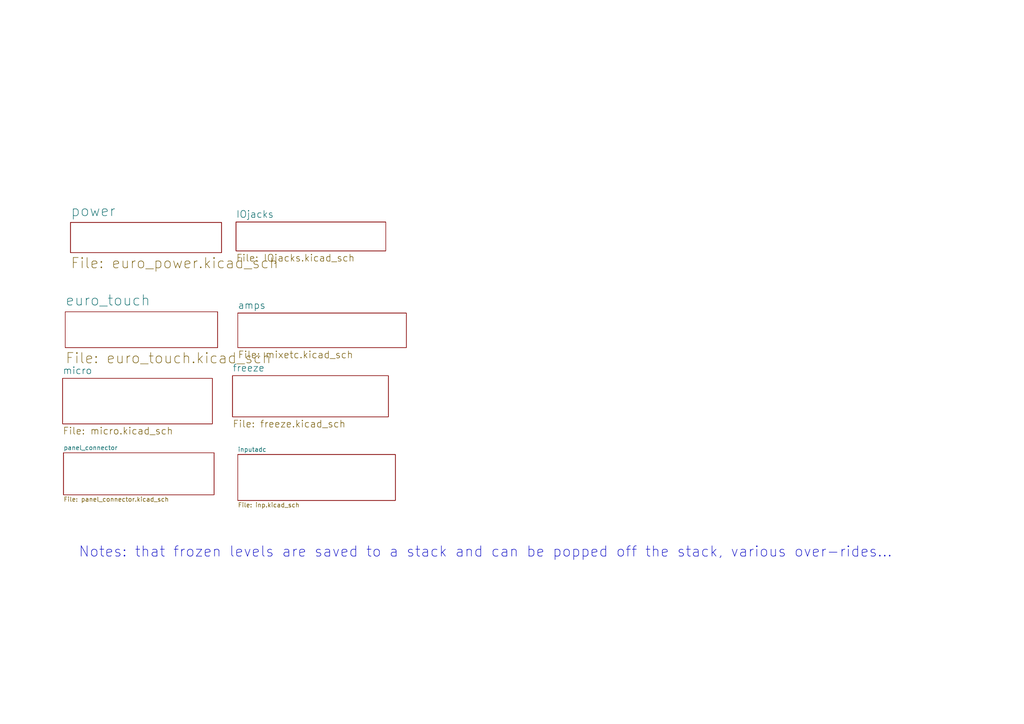
<source format=kicad_sch>
(kicad_sch (version 20211123) (generator eeschema)
  (paper "A4")
  (lib_symbols)
  (text "\nNotes: that frozen levels are saved to a stack and can be popped off the stack, various over-rides..." (at 22.733 161.925 0) (effects (font (size 2.9972 2.9972)) (justify left bottom)))
  (sheet (at 20.447 64.516) (size 43.815 8.763)
    (property "Sheet name" "power" (at 20.447 62.9408 0) (effects (font (size 2.9972 2.9972)) (justify left bottom)))
    (property "Sheet file" "euro_power.kicad_sch" (at 20.447 74.5545 0) (effects (font (size 2.9972 2.9972)) (justify left top)))
  )
  (sheet (at 18.923 90.424) (size 44.196 10.414)
    (property "Sheet name" "euro_touch" (at 18.923 88.8488 0) (effects (font (size 2.9972 2.9972)) (justify left bottom)))
    (property "Sheet file" "euro_touch.kicad_sch" (at 18.923 102.1135 0) (effects (font (size 2.9972 2.9972)) (justify left top)))
  )
  (sheet (at 18.161 109.728) (size 43.434 13.208)
    (property "Sheet name" "micro" (at 18.161 108.6481 0) (effects (font (size 2.0066 2.0066)) (justify left bottom)))
    (property "Sheet file" "micro.kicad_sch" (at 18.161 123.8152 0) (effects (font (size 2.0066 2.0066)) (justify left top)))
  )
  (sheet (at 68.961 90.805) (size 48.895 10.033)
    (property "Sheet name" "amps" (at 68.961 89.7251 0) (effects (font (size 2.0066 2.0066)) (justify left bottom)))
    (property "Sheet file" "mixetc.kicad_sch" (at 68.961 101.7172 0) (effects (font (size 2.0066 2.0066)) (justify left top)))
  )
  (sheet (at 68.453 64.389) (size 43.434 8.382)
    (property "Sheet name" "IOjacks" (at 68.453 63.3091 0) (effects (font (size 2.0066 2.0066)) (justify left bottom)))
    (property "Sheet file" "IOjacks.kicad_sch" (at 68.453 73.6502 0) (effects (font (size 2.0066 2.0066)) (justify left top)))
  )
  (sheet (at 67.437 108.966) (size 45.212 11.938)
    (property "Sheet name" "freeze" (at 67.437 107.8861 0) (effects (font (size 2.0066 2.0066)) (justify left bottom)))
    (property "Sheet file" "freeze.kicad_sch" (at 67.437 121.7832 0) (effects (font (size 2.0066 2.0066)) (justify left top)))
  )
  (sheet (at 18.415 131.318) (size 43.688 12.192)
    (property "Sheet name" "panel_connector" (at 18.415 130.6064 0) (effects (justify left bottom)))
    (property "Sheet file" "panel_connector.kicad_sch" (at 18.415 144.0946 0) (effects (justify left top)))
  )
  (sheet (at 68.961 131.826) (size 45.72 13.335) (stroke (width 0.1524))
    (property "Sheet name" "inputadc" (at 68.961 131.1144 0) (effects (justify left bottom)))
    (property "Sheet file" "inp.kicad_sch" (at 68.961 145.7456 0) (effects (justify left top)))
  )
)
</source>
